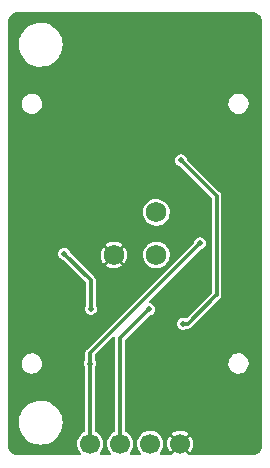
<source format=gbr>
%TF.GenerationSoftware,KiCad,Pcbnew,(6.0.2)*%
%TF.CreationDate,2022-05-16T11:26:32+02:00*%
%TF.ProjectId,Pir_movement_sensor,5069725f-6d6f-4766-956d-656e745f7365,rev?*%
%TF.SameCoordinates,PX55d4a80PY7bfa480*%
%TF.FileFunction,Copper,L2,Bot*%
%TF.FilePolarity,Positive*%
%FSLAX46Y46*%
G04 Gerber Fmt 4.6, Leading zero omitted, Abs format (unit mm)*
G04 Created by KiCad (PCBNEW (6.0.2)) date 2022-05-16 11:26:32*
%MOMM*%
%LPD*%
G01*
G04 APERTURE LIST*
%TA.AperFunction,ComponentPad*%
%ADD10C,1.700000*%
%TD*%
%TA.AperFunction,ComponentPad*%
%ADD11C,1.750000*%
%TD*%
%TA.AperFunction,ViaPad*%
%ADD12C,0.500000*%
%TD*%
%TA.AperFunction,Conductor*%
%ADD13C,0.300000*%
%TD*%
G04 APERTURE END LIST*
D10*
%TO.P,K1,1*%
%TO.N,GND*%
X14810000Y1200000D03*
%TO.P,K1,2*%
%TO.N,REL*%
X12270000Y1200000D03*
%TO.P,K1,3*%
%TO.N,OUT*%
X9730000Y1200000D03*
%TO.P,K1,4*%
%TO.N,5V*%
X7190000Y1200000D03*
%TD*%
D11*
%TO.P,U1,1,VDD*%
%TO.N,3V3*%
X12796051Y20796051D03*
%TO.P,U1,2,REL*%
%TO.N,REL*%
X12796051Y17203949D03*
%TO.P,U1,3,VSS*%
%TO.N,GND*%
X9203949Y17203949D03*
%TD*%
D12*
%TO.N,GND*%
X4500000Y7000000D03*
X10200000Y21800000D03*
X6600000Y17300000D03*
X20800000Y23100000D03*
X4700000Y9200000D03*
X18000000Y7100000D03*
X20900000Y17800000D03*
X2500000Y22800000D03*
X14300000Y6700000D03*
X11000000Y3300000D03*
X11000000Y6700000D03*
X21100000Y19900000D03*
X12900000Y8700000D03*
X21100000Y16800000D03*
X5100000Y23700000D03*
X20200000Y15400000D03*
X8800000Y9000000D03*
X17300000Y10100000D03*
X1000000Y9600000D03*
X16400000Y5400000D03*
X15300000Y21500000D03*
X15300000Y10100000D03*
X4500000Y16000000D03*
X19000000Y19800000D03*
X16800000Y14400000D03*
X21000000Y9900000D03*
X3510000Y12790000D03*
X17800000Y24500000D03*
X1900000Y20300000D03*
X2400000Y26000000D03*
X5800000Y9600000D03*
X8600000Y4200000D03*
X6900000Y25900000D03*
X10300000Y15200000D03*
X11100000Y10100000D03*
X14300000Y22600000D03*
X19800000Y24500000D03*
X15400000Y19100000D03*
X5500000Y5700000D03*
X6700000Y9900000D03*
X8400000Y15300000D03*
X7700000Y29800000D03*
X20900000Y14300000D03*
X12100000Y23400000D03*
X11700000Y15200000D03*
X8600000Y7200000D03*
X8100000Y20400000D03*
X1000000Y15200000D03*
X4500000Y29700000D03*
X1800000Y17800000D03*
X16000000Y8100000D03*
X18900000Y12300000D03*
X12000000Y11100000D03*
X18000000Y12200000D03*
X14100000Y8400000D03*
X13500000Y24600000D03*
%TO.N,Net-(C5-Pad1)*%
X5000000Y17300000D03*
X7265000Y12635000D03*
%TO.N,5V*%
X7200000Y8000000D03*
X16500000Y18200000D03*
%TO.N,TRIG*%
X15065000Y11365000D03*
X14900000Y25200000D03*
%TO.N,OUT*%
X12200000Y12600000D03*
%TD*%
D13*
%TO.N,Net-(C5-Pad1)*%
X7265000Y12635000D02*
X7265000Y15035000D01*
X7265000Y15035000D02*
X5000000Y17300000D01*
%TO.N,5V*%
X7200000Y8000000D02*
X7200000Y8900000D01*
X7200000Y8900000D02*
X16500000Y18200000D01*
X7200000Y8000000D02*
X7190000Y7990000D01*
X7190000Y7990000D02*
X7190000Y1200000D01*
%TO.N,TRIG*%
X17800000Y13700000D02*
X17900000Y13800000D01*
X15465000Y11365000D02*
X17800000Y13700000D01*
X17900000Y13800000D02*
X17900000Y18600000D01*
X17900000Y18600000D02*
X17900000Y22200000D01*
X17900000Y22200000D02*
X14900000Y25200000D01*
X15065000Y11365000D02*
X15465000Y11365000D01*
%TO.N,OUT*%
X9730000Y10130000D02*
X9730000Y1200000D01*
X12200000Y12600000D02*
X9730000Y10130000D01*
%TD*%
%TA.AperFunction,Conductor*%
%TO.N,GND*%
G36*
X9243532Y10267316D02*
G01*
X9300368Y10224769D01*
X9325179Y10158249D01*
X9325500Y10149260D01*
X9325500Y2314927D01*
X9305498Y2246806D01*
X9254616Y2201970D01*
X9252463Y2201176D01*
X9078010Y2097388D01*
X9073670Y2093582D01*
X9073666Y2093579D01*
X8986790Y2017390D01*
X8925392Y1963545D01*
X8799720Y1804131D01*
X8797031Y1799020D01*
X8797029Y1799017D01*
X8762553Y1733488D01*
X8705203Y1624485D01*
X8645007Y1430622D01*
X8621148Y1229036D01*
X8621526Y1223270D01*
X8633707Y1037425D01*
X8634424Y1026478D01*
X8635845Y1020882D01*
X8635846Y1020877D01*
X8678111Y854462D01*
X8684392Y829731D01*
X8686809Y824488D01*
X8723912Y744006D01*
X8769377Y645384D01*
X8772710Y640668D01*
X8853130Y526876D01*
X8886533Y479611D01*
X8896141Y470252D01*
X8930977Y408391D01*
X8926838Y337515D01*
X8885039Y280128D01*
X8818849Y254449D01*
X8808217Y254000D01*
X8108575Y254000D01*
X8040454Y274002D01*
X7993961Y327658D01*
X7983857Y397932D01*
X8011701Y460569D01*
X8100449Y567276D01*
X8100456Y567286D01*
X8104147Y571724D01*
X8203334Y748835D01*
X8205190Y754302D01*
X8205192Y754307D01*
X8266728Y935586D01*
X8266729Y935591D01*
X8268584Y941055D01*
X8269412Y946764D01*
X8269413Y946769D01*
X8297179Y1138273D01*
X8297712Y1141947D01*
X8299232Y1200000D01*
X8282239Y1384934D01*
X8281187Y1396387D01*
X8281186Y1396390D01*
X8280658Y1402141D01*
X8274273Y1424779D01*
X8227125Y1591954D01*
X8227124Y1591956D01*
X8225557Y1597513D01*
X8222073Y1604579D01*
X8138331Y1774391D01*
X8135776Y1779572D01*
X8014320Y1942221D01*
X7881499Y2065000D01*
X7869503Y2076089D01*
X7865258Y2080013D01*
X7860375Y2083094D01*
X7860371Y2083097D01*
X7701610Y2183267D01*
X7693581Y2188333D01*
X7688221Y2190472D01*
X7688214Y2190475D01*
X7673811Y2196221D01*
X7617951Y2240041D01*
X7594500Y2313251D01*
X7594500Y7637152D01*
X7616040Y7707609D01*
X7616526Y7708330D01*
X7622551Y7714986D01*
X7685560Y7845038D01*
X7709536Y7987547D01*
X7709688Y8000000D01*
X7689201Y8143052D01*
X7629388Y8274605D01*
X7624205Y8280620D01*
X7604500Y8348004D01*
X7604500Y8680260D01*
X7624502Y8748381D01*
X7641405Y8769355D01*
X9110405Y10238355D01*
X9172717Y10272381D01*
X9243532Y10267316D01*
G37*
%TD.AperFunction*%
%TA.AperFunction,Conductor*%
G36*
X20987153Y37743579D02*
G01*
X21000000Y37741024D01*
X21012172Y37743445D01*
X21019754Y37743445D01*
X21032104Y37742838D01*
X21133188Y37732882D01*
X21157408Y37728065D01*
X21273617Y37692813D01*
X21296418Y37683369D01*
X21403517Y37626124D01*
X21424047Y37612406D01*
X21517909Y37535374D01*
X21535374Y37517909D01*
X21612406Y37424047D01*
X21626124Y37403517D01*
X21683369Y37296418D01*
X21692813Y37273617D01*
X21728065Y37157408D01*
X21732882Y37133188D01*
X21742838Y37032104D01*
X21743445Y37019754D01*
X21743445Y37012172D01*
X21741024Y37000000D01*
X21743445Y36987830D01*
X21743579Y36987156D01*
X21746000Y36962575D01*
X21746000Y1037425D01*
X21743579Y1012847D01*
X21741024Y1000000D01*
X21743445Y987828D01*
X21743445Y980246D01*
X21742838Y967896D01*
X21732882Y866812D01*
X21728065Y842592D01*
X21692813Y726383D01*
X21683369Y703582D01*
X21626124Y596483D01*
X21612406Y575953D01*
X21535374Y482091D01*
X21517909Y464626D01*
X21424047Y387594D01*
X21403517Y373876D01*
X21296418Y316631D01*
X21273617Y307187D01*
X21157408Y271935D01*
X21133188Y267118D01*
X21032104Y257162D01*
X21019754Y256555D01*
X21012172Y256555D01*
X21000000Y258976D01*
X20987153Y256421D01*
X20962575Y254000D01*
X15610281Y254000D01*
X15542160Y274002D01*
X15501275Y316805D01*
X15484287Y346108D01*
X14822812Y1007583D01*
X14808868Y1015197D01*
X14807035Y1015066D01*
X14800420Y1010815D01*
X14134480Y344875D01*
X14120686Y319614D01*
X14070483Y269412D01*
X14010099Y254000D01*
X13188575Y254000D01*
X13120454Y274002D01*
X13073961Y327658D01*
X13063857Y397932D01*
X13091701Y460569D01*
X13180449Y567276D01*
X13180456Y567286D01*
X13184147Y571724D01*
X13283334Y748835D01*
X13285190Y754302D01*
X13285192Y754307D01*
X13346728Y935586D01*
X13346729Y935591D01*
X13348584Y941055D01*
X13349412Y946764D01*
X13349413Y946769D01*
X13377179Y1138273D01*
X13377712Y1141947D01*
X13379232Y1200000D01*
X13377095Y1223257D01*
X13702028Y1223257D01*
X13714542Y1032324D01*
X13716343Y1020954D01*
X13763443Y835498D01*
X13767284Y824652D01*
X13847394Y650880D01*
X13853145Y640919D01*
X13933029Y527884D01*
X13943618Y519496D01*
X13956920Y526525D01*
X14617583Y1187188D01*
X14623961Y1198868D01*
X14994803Y1198868D01*
X14994934Y1197035D01*
X14999185Y1190420D01*
X15662729Y526876D01*
X15676038Y519608D01*
X15686073Y526728D01*
X15720042Y567570D01*
X15726554Y577045D01*
X15820056Y744006D01*
X15824730Y754503D01*
X15886238Y935698D01*
X15888926Y946894D01*
X15916678Y1138301D01*
X15917308Y1145682D01*
X15918633Y1196296D01*
X15918390Y1203695D01*
X15900693Y1396293D01*
X15898595Y1407614D01*
X15846658Y1591769D01*
X15842533Y1602516D01*
X15757903Y1774129D01*
X15751893Y1783937D01*
X15686486Y1871527D01*
X15675228Y1879976D01*
X15662809Y1873204D01*
X15002417Y1212812D01*
X14994803Y1198868D01*
X14623961Y1198868D01*
X14625197Y1201132D01*
X14625066Y1202965D01*
X14620815Y1209580D01*
X13957488Y1872907D01*
X13944647Y1879919D01*
X13933958Y1872124D01*
X13883717Y1808394D01*
X13877452Y1798746D01*
X13788360Y1629411D01*
X13783951Y1618768D01*
X13727213Y1436041D01*
X13724819Y1424779D01*
X13702329Y1234759D01*
X13702028Y1223257D01*
X13377095Y1223257D01*
X13362239Y1384934D01*
X13361187Y1396387D01*
X13361186Y1396390D01*
X13360658Y1402141D01*
X13354273Y1424779D01*
X13307125Y1591954D01*
X13307124Y1591956D01*
X13305557Y1597513D01*
X13302073Y1604579D01*
X13218331Y1774391D01*
X13215776Y1779572D01*
X13094320Y1942221D01*
X12961499Y2065000D01*
X14128536Y2065000D01*
X14134370Y2055235D01*
X14797188Y1392417D01*
X14811132Y1384803D01*
X14812965Y1384934D01*
X14819580Y1389185D01*
X15485161Y2054766D01*
X15492775Y2068710D01*
X15492738Y2069227D01*
X15487561Y2076946D01*
X15480062Y2082700D01*
X15318236Y2184805D01*
X15307989Y2190026D01*
X15130260Y2260932D01*
X15119232Y2264199D01*
X14931561Y2301529D01*
X14920115Y2302732D01*
X14728792Y2305236D01*
X14717312Y2304333D01*
X14528737Y2271930D01*
X14517617Y2268950D01*
X14338095Y2202721D01*
X14327717Y2197771D01*
X14163273Y2099937D01*
X14153961Y2093171D01*
X14136932Y2078237D01*
X14128536Y2065000D01*
X12961499Y2065000D01*
X12949503Y2076089D01*
X12945258Y2080013D01*
X12940375Y2083094D01*
X12940371Y2083097D01*
X12781610Y2183267D01*
X12773581Y2188333D01*
X12585039Y2263554D01*
X12579379Y2264680D01*
X12579375Y2264681D01*
X12391613Y2302029D01*
X12391610Y2302029D01*
X12385946Y2303156D01*
X12380171Y2303232D01*
X12380167Y2303232D01*
X12278793Y2304559D01*
X12182971Y2305813D01*
X12177274Y2304834D01*
X12177273Y2304834D01*
X11988607Y2272415D01*
X11982910Y2271436D01*
X11792463Y2201176D01*
X11618010Y2097388D01*
X11613670Y2093582D01*
X11613666Y2093579D01*
X11526790Y2017390D01*
X11465392Y1963545D01*
X11339720Y1804131D01*
X11337031Y1799020D01*
X11337029Y1799017D01*
X11302553Y1733488D01*
X11245203Y1624485D01*
X11185007Y1430622D01*
X11161148Y1229036D01*
X11161526Y1223270D01*
X11173707Y1037425D01*
X11174424Y1026478D01*
X11175845Y1020882D01*
X11175846Y1020877D01*
X11218111Y854462D01*
X11224392Y829731D01*
X11226809Y824488D01*
X11263912Y744006D01*
X11309377Y645384D01*
X11312710Y640668D01*
X11393130Y526876D01*
X11426533Y479611D01*
X11436141Y470252D01*
X11470977Y408391D01*
X11466838Y337515D01*
X11425039Y280128D01*
X11358849Y254449D01*
X11348217Y254000D01*
X10648575Y254000D01*
X10580454Y274002D01*
X10533961Y327658D01*
X10523857Y397932D01*
X10551701Y460569D01*
X10640449Y567276D01*
X10640456Y567286D01*
X10644147Y571724D01*
X10743334Y748835D01*
X10745190Y754302D01*
X10745192Y754307D01*
X10806728Y935586D01*
X10806729Y935591D01*
X10808584Y941055D01*
X10809412Y946764D01*
X10809413Y946769D01*
X10837179Y1138273D01*
X10837712Y1141947D01*
X10839232Y1200000D01*
X10822239Y1384934D01*
X10821187Y1396387D01*
X10821186Y1396390D01*
X10820658Y1402141D01*
X10814273Y1424779D01*
X10767125Y1591954D01*
X10767124Y1591956D01*
X10765557Y1597513D01*
X10762073Y1604579D01*
X10678331Y1774391D01*
X10675776Y1779572D01*
X10554320Y1942221D01*
X10421499Y2065000D01*
X10409503Y2076089D01*
X10405258Y2080013D01*
X10400375Y2083094D01*
X10400371Y2083097D01*
X10241610Y2183267D01*
X10233581Y2188333D01*
X10228221Y2190472D01*
X10228214Y2190475D01*
X10213811Y2196221D01*
X10157951Y2240041D01*
X10134500Y2313251D01*
X10134500Y8047981D01*
X18891801Y8047981D01*
X18892158Y8041164D01*
X18892158Y8041160D01*
X18896473Y7958840D01*
X18901518Y7862576D01*
X18903328Y7856004D01*
X18903329Y7855999D01*
X18939945Y7723067D01*
X18950821Y7683583D01*
X19037410Y7519352D01*
X19157245Y7377546D01*
X19162668Y7373399D01*
X19162670Y7373398D01*
X19299315Y7268925D01*
X19299319Y7268923D01*
X19304736Y7264781D01*
X19310916Y7261899D01*
X19310918Y7261898D01*
X19466823Y7189198D01*
X19466826Y7189197D01*
X19473000Y7186318D01*
X19479648Y7184832D01*
X19479651Y7184831D01*
X19578711Y7162689D01*
X19654188Y7145818D01*
X19659876Y7145500D01*
X19796385Y7145500D01*
X19934573Y7160512D01*
X20055210Y7201111D01*
X20104064Y7217552D01*
X20104066Y7217553D01*
X20110535Y7219730D01*
X20269677Y7315351D01*
X20274634Y7320039D01*
X20274637Y7320041D01*
X20399614Y7438227D01*
X20399616Y7438229D01*
X20404572Y7442916D01*
X20508928Y7596471D01*
X20511463Y7602808D01*
X20575342Y7762516D01*
X20575343Y7762521D01*
X20577876Y7768853D01*
X20578990Y7775580D01*
X20578991Y7775585D01*
X20607084Y7945282D01*
X20607084Y7945285D01*
X20608199Y7952019D01*
X20606589Y7982753D01*
X20598839Y8130611D01*
X20598482Y8137424D01*
X20596672Y8143996D01*
X20596671Y8144001D01*
X20550992Y8309835D01*
X20549179Y8316417D01*
X20462590Y8480648D01*
X20342755Y8622454D01*
X20337330Y8626602D01*
X20200685Y8731075D01*
X20200681Y8731077D01*
X20195264Y8735219D01*
X20189084Y8738101D01*
X20189082Y8738102D01*
X20033177Y8810802D01*
X20033174Y8810803D01*
X20027000Y8813682D01*
X20020352Y8815168D01*
X20020349Y8815169D01*
X19850849Y8853056D01*
X19850850Y8853056D01*
X19845812Y8854182D01*
X19840124Y8854500D01*
X19703615Y8854500D01*
X19565427Y8839488D01*
X19480189Y8810802D01*
X19395936Y8782448D01*
X19395934Y8782447D01*
X19389465Y8780270D01*
X19230323Y8684649D01*
X19225366Y8679961D01*
X19225363Y8679959D01*
X19100386Y8561773D01*
X19095428Y8557084D01*
X18991072Y8403529D01*
X18988539Y8397195D01*
X18988537Y8397192D01*
X18924658Y8237484D01*
X18924657Y8237479D01*
X18922124Y8231147D01*
X18921010Y8224420D01*
X18921009Y8224415D01*
X18905480Y8130611D01*
X18891801Y8047981D01*
X10134500Y8047981D01*
X10134500Y9910260D01*
X10154502Y9978381D01*
X10171405Y9999355D01*
X12243830Y12071781D01*
X12299784Y12104249D01*
X12393762Y12129870D01*
X12402422Y12132231D01*
X12525572Y12207846D01*
X12622551Y12314986D01*
X12685560Y12445038D01*
X12709536Y12587547D01*
X12709688Y12600000D01*
X12689201Y12743052D01*
X12629388Y12874605D01*
X12623530Y12881404D01*
X12623527Y12881408D01*
X12540916Y12977282D01*
X12540913Y12977284D01*
X12535056Y12984082D01*
X12413790Y13062683D01*
X12405170Y13065261D01*
X12283938Y13101518D01*
X12283936Y13101518D01*
X12275337Y13104090D01*
X12266361Y13104145D01*
X12261154Y13104923D01*
X12196738Y13134775D01*
X12158687Y13194713D01*
X12159082Y13265709D01*
X12190684Y13318634D01*
X16543831Y17671781D01*
X16599783Y17704248D01*
X16647089Y17717146D01*
X16693763Y17729870D01*
X16693765Y17729871D01*
X16702422Y17732231D01*
X16825572Y17807846D01*
X16922551Y17914986D01*
X16985560Y18045038D01*
X17009536Y18187547D01*
X17009688Y18200000D01*
X16990773Y18332074D01*
X16990474Y18334165D01*
X16990473Y18334167D01*
X16989201Y18343052D01*
X16929388Y18474605D01*
X16923530Y18481404D01*
X16923527Y18481408D01*
X16840916Y18577282D01*
X16840913Y18577284D01*
X16835056Y18584082D01*
X16713790Y18662683D01*
X16696921Y18667728D01*
X16583938Y18701518D01*
X16583936Y18701518D01*
X16575337Y18704090D01*
X16566363Y18704145D01*
X16566361Y18704145D01*
X16503082Y18704531D01*
X16430827Y18704972D01*
X16422196Y18702505D01*
X16422194Y18702505D01*
X16300509Y18667728D01*
X16300505Y18667726D01*
X16291879Y18665261D01*
X16169661Y18588147D01*
X16073999Y18479830D01*
X16012583Y18349018D01*
X16011203Y18340153D01*
X16011202Y18340151D01*
X16007036Y18313392D01*
X15976792Y18249159D01*
X15971631Y18243681D01*
X6891465Y9163515D01*
X6891462Y9163511D01*
X6868674Y9140723D01*
X6864171Y9131885D01*
X6858546Y9120846D01*
X6848216Y9103989D01*
X6835095Y9085929D01*
X6832030Y9076496D01*
X6828199Y9064705D01*
X6820634Y9046439D01*
X6810502Y9026555D01*
X6808951Y9016762D01*
X6807011Y9004513D01*
X6802395Y8985287D01*
X6795500Y8964066D01*
X6795500Y8347926D01*
X6775715Y8281773D01*
X6773999Y8279830D01*
X6712583Y8149018D01*
X6711203Y8140154D01*
X6711202Y8140151D01*
X6710778Y8137424D01*
X6690350Y8006227D01*
X6691514Y7997325D01*
X6691514Y7997322D01*
X6707924Y7871836D01*
X6709088Y7862935D01*
X6767289Y7730661D01*
X6767663Y7730216D01*
X6785500Y7667800D01*
X6785500Y2314927D01*
X6765498Y2246806D01*
X6714616Y2201970D01*
X6712463Y2201176D01*
X6538010Y2097388D01*
X6533670Y2093582D01*
X6533666Y2093579D01*
X6446790Y2017390D01*
X6385392Y1963545D01*
X6259720Y1804131D01*
X6257031Y1799020D01*
X6257029Y1799017D01*
X6222553Y1733488D01*
X6165203Y1624485D01*
X6105007Y1430622D01*
X6081148Y1229036D01*
X6081526Y1223270D01*
X6093707Y1037425D01*
X6094424Y1026478D01*
X6095845Y1020882D01*
X6095846Y1020877D01*
X6138111Y854462D01*
X6144392Y829731D01*
X6146809Y824488D01*
X6183912Y744006D01*
X6229377Y645384D01*
X6232710Y640668D01*
X6313130Y526876D01*
X6346533Y479611D01*
X6356141Y470252D01*
X6390977Y408391D01*
X6386838Y337515D01*
X6345039Y280128D01*
X6278849Y254449D01*
X6268217Y254000D01*
X1037425Y254000D01*
X1012847Y256421D01*
X1000000Y258976D01*
X987828Y256555D01*
X980246Y256555D01*
X967896Y257162D01*
X866812Y267118D01*
X842592Y271935D01*
X726383Y307187D01*
X703582Y316631D01*
X596483Y373876D01*
X575953Y387594D01*
X482091Y464626D01*
X464626Y482091D01*
X387594Y575953D01*
X373876Y596483D01*
X316631Y703582D01*
X307187Y726383D01*
X271935Y842592D01*
X267118Y866812D01*
X257162Y967896D01*
X256555Y980246D01*
X256555Y987828D01*
X258976Y1000000D01*
X256421Y1012847D01*
X254000Y1037425D01*
X254000Y2957814D01*
X1141018Y2957814D01*
X1166579Y2689900D01*
X1230547Y2428482D01*
X1331583Y2179037D01*
X1395879Y2069227D01*
X1457759Y1963545D01*
X1467569Y1946790D01*
X1635658Y1736605D01*
X1832327Y1552887D01*
X2053457Y1399484D01*
X2294416Y1279609D01*
X2298750Y1278188D01*
X2298753Y1278187D01*
X2545823Y1197193D01*
X2545829Y1197192D01*
X2550156Y1195773D01*
X2554647Y1194993D01*
X2554648Y1194993D01*
X2811538Y1150389D01*
X2811546Y1150388D01*
X2815319Y1149733D01*
X2819156Y1149542D01*
X2898777Y1145578D01*
X2898785Y1145578D01*
X2900348Y1145500D01*
X3068374Y1145500D01*
X3070642Y1145665D01*
X3070654Y1145665D01*
X3201457Y1155156D01*
X3268425Y1160015D01*
X3272880Y1160999D01*
X3272883Y1160999D01*
X3526770Y1217053D01*
X3526772Y1217054D01*
X3531226Y1218037D01*
X3782900Y1313387D01*
X3942688Y1402141D01*
X4014179Y1441851D01*
X4014180Y1441852D01*
X4018172Y1444069D01*
X4164842Y1556004D01*
X4228491Y1604579D01*
X4228495Y1604583D01*
X4232116Y1607346D01*
X4248871Y1624485D01*
X4417063Y1796538D01*
X4420249Y1799797D01*
X4478568Y1879919D01*
X4575942Y2013696D01*
X4575947Y2013703D01*
X4578630Y2017390D01*
X4703941Y2255567D01*
X4793557Y2509338D01*
X4818688Y2636844D01*
X4844720Y2768917D01*
X4844721Y2768923D01*
X4845601Y2773389D01*
X4854782Y2957814D01*
X4858755Y3037617D01*
X4858755Y3037623D01*
X4858982Y3042186D01*
X4833421Y3310100D01*
X4769453Y3571518D01*
X4668417Y3820963D01*
X4532431Y4053210D01*
X4364342Y4263395D01*
X4167673Y4447113D01*
X3946543Y4600516D01*
X3705584Y4720391D01*
X3701250Y4721812D01*
X3701247Y4721813D01*
X3454177Y4802807D01*
X3454171Y4802808D01*
X3449844Y4804227D01*
X3445352Y4805007D01*
X3188462Y4849611D01*
X3188454Y4849612D01*
X3184681Y4850267D01*
X3174718Y4850763D01*
X3101223Y4854422D01*
X3101215Y4854422D01*
X3099652Y4854500D01*
X2931626Y4854500D01*
X2929358Y4854335D01*
X2929346Y4854335D01*
X2798543Y4844844D01*
X2731575Y4839985D01*
X2727120Y4839001D01*
X2727117Y4839001D01*
X2473230Y4782947D01*
X2473228Y4782946D01*
X2468774Y4781963D01*
X2217100Y4686613D01*
X1981828Y4555931D01*
X1978196Y4553159D01*
X1771509Y4395421D01*
X1771505Y4395417D01*
X1767884Y4392654D01*
X1579751Y4200203D01*
X1577066Y4196514D01*
X1424058Y3986304D01*
X1424053Y3986297D01*
X1421370Y3982610D01*
X1296059Y3744433D01*
X1206443Y3490662D01*
X1205560Y3486180D01*
X1170855Y3310100D01*
X1154399Y3226611D01*
X1154172Y3222058D01*
X1154172Y3222055D01*
X1144991Y3037617D01*
X1141018Y2957814D01*
X254000Y2957814D01*
X254000Y8047981D01*
X1391801Y8047981D01*
X1392158Y8041164D01*
X1392158Y8041160D01*
X1396473Y7958840D01*
X1401518Y7862576D01*
X1403328Y7856004D01*
X1403329Y7855999D01*
X1439945Y7723067D01*
X1450821Y7683583D01*
X1537410Y7519352D01*
X1657245Y7377546D01*
X1662668Y7373399D01*
X1662670Y7373398D01*
X1799315Y7268925D01*
X1799319Y7268923D01*
X1804736Y7264781D01*
X1810916Y7261899D01*
X1810918Y7261898D01*
X1966823Y7189198D01*
X1966826Y7189197D01*
X1973000Y7186318D01*
X1979648Y7184832D01*
X1979651Y7184831D01*
X2078711Y7162689D01*
X2154188Y7145818D01*
X2159876Y7145500D01*
X2296385Y7145500D01*
X2434573Y7160512D01*
X2555210Y7201111D01*
X2604064Y7217552D01*
X2604066Y7217553D01*
X2610535Y7219730D01*
X2769677Y7315351D01*
X2774634Y7320039D01*
X2774637Y7320041D01*
X2899614Y7438227D01*
X2899616Y7438229D01*
X2904572Y7442916D01*
X3008928Y7596471D01*
X3011463Y7602808D01*
X3075342Y7762516D01*
X3075343Y7762521D01*
X3077876Y7768853D01*
X3078990Y7775580D01*
X3078991Y7775585D01*
X3107084Y7945282D01*
X3107084Y7945285D01*
X3108199Y7952019D01*
X3106589Y7982753D01*
X3098839Y8130611D01*
X3098482Y8137424D01*
X3096672Y8143996D01*
X3096671Y8144001D01*
X3050992Y8309835D01*
X3049179Y8316417D01*
X2962590Y8480648D01*
X2842755Y8622454D01*
X2837330Y8626602D01*
X2700685Y8731075D01*
X2700681Y8731077D01*
X2695264Y8735219D01*
X2689084Y8738101D01*
X2689082Y8738102D01*
X2533177Y8810802D01*
X2533174Y8810803D01*
X2527000Y8813682D01*
X2520352Y8815168D01*
X2520349Y8815169D01*
X2350849Y8853056D01*
X2350850Y8853056D01*
X2345812Y8854182D01*
X2340124Y8854500D01*
X2203615Y8854500D01*
X2065427Y8839488D01*
X1980189Y8810802D01*
X1895936Y8782448D01*
X1895934Y8782447D01*
X1889465Y8780270D01*
X1730323Y8684649D01*
X1725366Y8679961D01*
X1725363Y8679959D01*
X1600386Y8561773D01*
X1595428Y8557084D01*
X1491072Y8403529D01*
X1488539Y8397195D01*
X1488537Y8397192D01*
X1424658Y8237484D01*
X1424657Y8237479D01*
X1422124Y8231147D01*
X1421010Y8224420D01*
X1421009Y8224415D01*
X1405480Y8130611D01*
X1391801Y8047981D01*
X254000Y8047981D01*
X254000Y17306227D01*
X4490350Y17306227D01*
X4491514Y17297325D01*
X4491514Y17297322D01*
X4503725Y17203949D01*
X4509088Y17162935D01*
X4567289Y17030661D01*
X4573063Y17023792D01*
X4648815Y16933675D01*
X4660276Y16920040D01*
X4667747Y16915067D01*
X4667748Y16915066D01*
X4773101Y16844937D01*
X4773103Y16844936D01*
X4780574Y16839963D01*
X4789141Y16837286D01*
X4789142Y16837286D01*
X4907201Y16800401D01*
X4958721Y16769229D01*
X6823595Y14904356D01*
X6857620Y14842044D01*
X6860500Y14815261D01*
X6860500Y12982926D01*
X6840715Y12916773D01*
X6838999Y12914830D01*
X6777583Y12784018D01*
X6776203Y12775154D01*
X6776202Y12775151D01*
X6769821Y12734165D01*
X6755350Y12641227D01*
X6756514Y12632325D01*
X6756514Y12632322D01*
X6772924Y12506836D01*
X6774088Y12497935D01*
X6832289Y12365661D01*
X6925276Y12255040D01*
X6932747Y12250067D01*
X6932748Y12250066D01*
X7038101Y12179937D01*
X7038103Y12179936D01*
X7045574Y12174963D01*
X7054138Y12172287D01*
X7054141Y12172286D01*
X7114542Y12153416D01*
X7183510Y12131868D01*
X7327998Y12129220D01*
X7337711Y12131868D01*
X7458763Y12164870D01*
X7458765Y12164871D01*
X7467422Y12167231D01*
X7590572Y12242846D01*
X7687551Y12349986D01*
X7750560Y12480038D01*
X7774536Y12622547D01*
X7774688Y12635000D01*
X7760486Y12734165D01*
X7755474Y12769165D01*
X7755473Y12769167D01*
X7754201Y12778052D01*
X7694388Y12909605D01*
X7689205Y12915620D01*
X7669500Y12983004D01*
X7669500Y15099066D01*
X7662605Y15120287D01*
X7657989Y15139513D01*
X7656049Y15151762D01*
X7654498Y15161555D01*
X7644366Y15181439D01*
X7636801Y15199705D01*
X7632969Y15211498D01*
X7629905Y15220929D01*
X7616784Y15238987D01*
X7606455Y15255843D01*
X7600826Y15266891D01*
X7596326Y15275723D01*
X7505723Y15366326D01*
X6552598Y16319452D01*
X8504208Y16319452D01*
X8514088Y16306965D01*
X8658128Y16210722D01*
X8668233Y16205235D01*
X8848267Y16127886D01*
X8859210Y16124331D01*
X9050317Y16081087D01*
X9061727Y16079585D01*
X9257521Y16071893D01*
X9269003Y16072495D01*
X9462924Y16100611D01*
X9474107Y16103296D01*
X9659650Y16166279D01*
X9670165Y16170961D01*
X9841122Y16266702D01*
X9850597Y16273213D01*
X9893710Y16309069D01*
X9902163Y16321655D01*
X9895989Y16332304D01*
X9216761Y17011532D01*
X9202817Y17019146D01*
X9200984Y17019015D01*
X9194369Y17014764D01*
X8510404Y16330799D01*
X8504208Y16319452D01*
X6552598Y16319452D01*
X5644187Y17227863D01*
X8070879Y17227863D01*
X8083693Y17032347D01*
X8085494Y17020975D01*
X8133725Y16831066D01*
X8137566Y16820219D01*
X8219599Y16642276D01*
X8225350Y16632315D01*
X8309040Y16513895D01*
X8319630Y16505507D01*
X8332930Y16512535D01*
X9011532Y17191137D01*
X9017910Y17202817D01*
X9388752Y17202817D01*
X9388883Y17200984D01*
X9393134Y17194369D01*
X10074432Y16513071D01*
X10087741Y16505804D01*
X10097776Y16512923D01*
X10134685Y16557301D01*
X10141196Y16566776D01*
X10236937Y16737733D01*
X10241619Y16748248D01*
X10304602Y16933791D01*
X10307287Y16944974D01*
X10335699Y17140935D01*
X10336329Y17148317D01*
X10337689Y17200245D01*
X10337446Y17207644D01*
X10335057Y17233643D01*
X11662101Y17233643D01*
X11675678Y17026499D01*
X11726776Y16825299D01*
X11813685Y16636780D01*
X11933493Y16467255D01*
X12082188Y16322402D01*
X12086984Y16319197D01*
X12086987Y16319195D01*
X12166162Y16266292D01*
X12254791Y16207072D01*
X12260094Y16204794D01*
X12260099Y16204791D01*
X12440218Y16127407D01*
X12440221Y16127406D01*
X12445521Y16125129D01*
X12451151Y16123855D01*
X12640155Y16081087D01*
X12647990Y16079314D01*
X12653759Y16079087D01*
X12653762Y16079087D01*
X12732504Y16075994D01*
X12855418Y16071165D01*
X12942283Y16083760D01*
X13055143Y16100123D01*
X13055148Y16100124D01*
X13060857Y16100952D01*
X13067763Y16103296D01*
X13251960Y16165823D01*
X13257428Y16167679D01*
X13438548Y16269111D01*
X13598150Y16401850D01*
X13730889Y16561452D01*
X13832321Y16742572D01*
X13890875Y16915066D01*
X13897192Y16933675D01*
X13897192Y16933676D01*
X13899048Y16939143D01*
X13899876Y16944852D01*
X13899877Y16944857D01*
X13928302Y17140908D01*
X13928835Y17144582D01*
X13930390Y17203949D01*
X13911395Y17410666D01*
X13903080Y17440151D01*
X13861789Y17586558D01*
X13855048Y17610460D01*
X13844262Y17632333D01*
X13765788Y17791460D01*
X13763234Y17796639D01*
X13639029Y17962970D01*
X13486593Y18103881D01*
X13311030Y18214652D01*
X13286645Y18224381D01*
X13238269Y18243681D01*
X13118221Y18291576D01*
X13112553Y18292703D01*
X13112551Y18292704D01*
X12920289Y18330947D01*
X12920287Y18330947D01*
X12914622Y18332074D01*
X12908847Y18332150D01*
X12908843Y18332150D01*
X12805108Y18333507D01*
X12707052Y18334791D01*
X12701355Y18333812D01*
X12701354Y18333812D01*
X12508152Y18300614D01*
X12508149Y18300613D01*
X12502462Y18299636D01*
X12307705Y18227787D01*
X12129303Y18121649D01*
X12109043Y18103881D01*
X11977576Y17988587D01*
X11977573Y17988584D01*
X11973231Y17984776D01*
X11844714Y17821754D01*
X11842025Y17816643D01*
X11842023Y17816640D01*
X11816289Y17767728D01*
X11748058Y17638042D01*
X11686500Y17439791D01*
X11662101Y17233643D01*
X10335057Y17233643D01*
X10319329Y17404820D01*
X10317232Y17416135D01*
X10264045Y17604721D01*
X10259923Y17615460D01*
X10173259Y17791196D01*
X10167249Y17801004D01*
X10098299Y17893340D01*
X10087041Y17901789D01*
X10074622Y17895017D01*
X9396366Y17216761D01*
X9388752Y17202817D01*
X9017910Y17202817D01*
X9019146Y17205081D01*
X9019015Y17206914D01*
X9014764Y17213529D01*
X8333634Y17894659D01*
X8320793Y17901671D01*
X8310104Y17893876D01*
X8256611Y17826020D01*
X8250340Y17816363D01*
X8159112Y17642967D01*
X8154707Y17632333D01*
X8096602Y17445202D01*
X8094210Y17433951D01*
X8071180Y17239364D01*
X8070879Y17227863D01*
X5644187Y17227863D01*
X5528945Y17343105D01*
X5494919Y17405417D01*
X5493317Y17414310D01*
X5489201Y17443052D01*
X5429388Y17574605D01*
X5423530Y17581404D01*
X5423527Y17581408D01*
X5340916Y17677282D01*
X5340913Y17677284D01*
X5335056Y17684082D01*
X5264414Y17729870D01*
X5221324Y17757800D01*
X5221322Y17757801D01*
X5213790Y17762683D01*
X5196921Y17767728D01*
X5083938Y17801518D01*
X5083936Y17801518D01*
X5075337Y17804090D01*
X5066363Y17804145D01*
X5066361Y17804145D01*
X5003082Y17804531D01*
X4930827Y17804972D01*
X4922196Y17802505D01*
X4922194Y17802505D01*
X4800509Y17767728D01*
X4800505Y17767726D01*
X4791879Y17765261D01*
X4784292Y17760474D01*
X4784290Y17760473D01*
X4695181Y17704249D01*
X4669661Y17688147D01*
X4663718Y17681418D01*
X4663717Y17681417D01*
X4620368Y17632333D01*
X4573999Y17579830D01*
X4512583Y17449018D01*
X4511203Y17440154D01*
X4511202Y17440151D01*
X4503220Y17388883D01*
X4490350Y17306227D01*
X254000Y17306227D01*
X254000Y18086666D01*
X8504768Y18086666D01*
X8510602Y18076901D01*
X9191137Y17396366D01*
X9205081Y17388752D01*
X9206914Y17388883D01*
X9213529Y17393134D01*
X9896802Y18076407D01*
X9904416Y18090351D01*
X9904379Y18090868D01*
X9898749Y18099263D01*
X9898430Y18099558D01*
X9889297Y18106566D01*
X9723580Y18211126D01*
X9713337Y18216345D01*
X9531345Y18288952D01*
X9520308Y18292221D01*
X9328133Y18330448D01*
X9316688Y18331651D01*
X9120771Y18334215D01*
X9109291Y18333312D01*
X8916180Y18300129D01*
X8905072Y18297152D01*
X8721239Y18229333D01*
X8710857Y18224381D01*
X8542464Y18124198D01*
X8533152Y18117432D01*
X8513164Y18099903D01*
X8504768Y18086666D01*
X254000Y18086666D01*
X254000Y20825745D01*
X11662101Y20825745D01*
X11675678Y20618601D01*
X11726776Y20417401D01*
X11813685Y20228882D01*
X11933493Y20059357D01*
X12082188Y19914504D01*
X12086984Y19911299D01*
X12086987Y19911297D01*
X12156419Y19864904D01*
X12254791Y19799174D01*
X12260094Y19796896D01*
X12260099Y19796893D01*
X12440218Y19719509D01*
X12440221Y19719508D01*
X12445521Y19717231D01*
X12451151Y19715957D01*
X12552366Y19693054D01*
X12647990Y19671416D01*
X12653759Y19671189D01*
X12653762Y19671189D01*
X12732504Y19668096D01*
X12855418Y19663267D01*
X12942283Y19675862D01*
X13055143Y19692225D01*
X13055148Y19692226D01*
X13060857Y19693054D01*
X13257428Y19759781D01*
X13438548Y19861213D01*
X13598150Y19993952D01*
X13730889Y20153554D01*
X13832321Y20334674D01*
X13899048Y20531245D01*
X13899876Y20536954D01*
X13899877Y20536959D01*
X13928302Y20733010D01*
X13928835Y20736684D01*
X13930390Y20796051D01*
X13911395Y21002768D01*
X13855048Y21202562D01*
X13844168Y21224626D01*
X13765788Y21383562D01*
X13763234Y21388741D01*
X13639029Y21555072D01*
X13486593Y21695983D01*
X13311030Y21806754D01*
X13118221Y21883678D01*
X13112553Y21884805D01*
X13112551Y21884806D01*
X12920289Y21923049D01*
X12920287Y21923049D01*
X12914622Y21924176D01*
X12908847Y21924252D01*
X12908843Y21924252D01*
X12805108Y21925609D01*
X12707052Y21926893D01*
X12701355Y21925914D01*
X12701354Y21925914D01*
X12508152Y21892716D01*
X12508149Y21892715D01*
X12502462Y21891738D01*
X12307705Y21819889D01*
X12129303Y21713751D01*
X12124960Y21709942D01*
X11977576Y21580689D01*
X11977573Y21580686D01*
X11973231Y21576878D01*
X11844714Y21413856D01*
X11748058Y21230144D01*
X11686500Y21031893D01*
X11662101Y20825745D01*
X254000Y20825745D01*
X254000Y25206227D01*
X14390350Y25206227D01*
X14409088Y25062935D01*
X14467289Y24930661D01*
X14560276Y24820040D01*
X14567747Y24815067D01*
X14567748Y24815066D01*
X14673101Y24744937D01*
X14673103Y24744936D01*
X14680574Y24739963D01*
X14689141Y24737286D01*
X14689142Y24737286D01*
X14807201Y24700401D01*
X14858721Y24669229D01*
X17458595Y22069356D01*
X17492620Y22007044D01*
X17495500Y21980261D01*
X17495500Y14019739D01*
X17475498Y13951618D01*
X17458595Y13930644D01*
X15391107Y11863157D01*
X15328795Y11829131D01*
X15265910Y11831535D01*
X15205931Y11849473D01*
X15148938Y11866518D01*
X15148936Y11866518D01*
X15140337Y11869090D01*
X15131363Y11869145D01*
X15131361Y11869145D01*
X15068082Y11869531D01*
X14995827Y11869972D01*
X14987196Y11867505D01*
X14987194Y11867505D01*
X14865509Y11832728D01*
X14865505Y11832726D01*
X14856879Y11830261D01*
X14734661Y11753147D01*
X14638999Y11644830D01*
X14577583Y11514018D01*
X14555350Y11371227D01*
X14574088Y11227935D01*
X14632289Y11095661D01*
X14638063Y11088792D01*
X14718418Y10993199D01*
X14725276Y10985040D01*
X14732747Y10980067D01*
X14732748Y10980066D01*
X14838101Y10909937D01*
X14838103Y10909936D01*
X14845574Y10904963D01*
X14854138Y10902287D01*
X14854141Y10902286D01*
X14914542Y10883415D01*
X14983510Y10861868D01*
X15127998Y10859220D01*
X15147530Y10864545D01*
X15258763Y10894870D01*
X15258765Y10894871D01*
X15267422Y10897231D01*
X15340132Y10941875D01*
X15406060Y10960500D01*
X15529066Y10960500D01*
X15538498Y10963565D01*
X15538500Y10963565D01*
X15550287Y10967395D01*
X15569513Y10972011D01*
X15581762Y10973951D01*
X15591555Y10975502D01*
X15611439Y10985634D01*
X15629705Y10993199D01*
X15641496Y10997030D01*
X15650929Y11000095D01*
X15668989Y11013216D01*
X15685846Y11023546D01*
X15705723Y11033674D01*
X15728511Y11056462D01*
X15728515Y11056465D01*
X18063501Y13391452D01*
X18063516Y13391466D01*
X18208534Y13536485D01*
X18231326Y13559277D01*
X18241459Y13579164D01*
X18251791Y13596023D01*
X18259073Y13606045D01*
X18259074Y13606047D01*
X18264904Y13614071D01*
X18267970Y13623507D01*
X18271801Y13635296D01*
X18279367Y13653563D01*
X18284996Y13664610D01*
X18289498Y13673445D01*
X18292990Y13695493D01*
X18297606Y13714718D01*
X18301433Y13726498D01*
X18304499Y13735934D01*
X18304499Y13768160D01*
X18304500Y13768166D01*
X18304500Y22264066D01*
X18297605Y22285287D01*
X18292989Y22304513D01*
X18291049Y22316762D01*
X18289498Y22326555D01*
X18279366Y22346439D01*
X18271801Y22364705D01*
X18267969Y22376498D01*
X18264905Y22385929D01*
X18251784Y22403987D01*
X18241455Y22420843D01*
X18235826Y22431891D01*
X18231326Y22440723D01*
X18140723Y22531326D01*
X15428945Y25243105D01*
X15394919Y25305417D01*
X15393317Y25314310D01*
X15389201Y25343052D01*
X15329388Y25474605D01*
X15323530Y25481404D01*
X15323527Y25481408D01*
X15240916Y25577282D01*
X15240913Y25577284D01*
X15235056Y25584082D01*
X15113790Y25662683D01*
X15096921Y25667728D01*
X14983938Y25701518D01*
X14983936Y25701518D01*
X14975337Y25704090D01*
X14966363Y25704145D01*
X14966361Y25704145D01*
X14903082Y25704531D01*
X14830827Y25704972D01*
X14822196Y25702505D01*
X14822194Y25702505D01*
X14700509Y25667728D01*
X14700505Y25667726D01*
X14691879Y25665261D01*
X14569661Y25588147D01*
X14473999Y25479830D01*
X14412583Y25349018D01*
X14390350Y25206227D01*
X254000Y25206227D01*
X254000Y30047981D01*
X1391801Y30047981D01*
X1401518Y29862576D01*
X1403328Y29856004D01*
X1403329Y29855999D01*
X1429079Y29762516D01*
X1450821Y29683583D01*
X1537410Y29519352D01*
X1657245Y29377546D01*
X1662668Y29373399D01*
X1662670Y29373398D01*
X1799315Y29268925D01*
X1799319Y29268923D01*
X1804736Y29264781D01*
X1810916Y29261899D01*
X1810918Y29261898D01*
X1966823Y29189198D01*
X1966826Y29189197D01*
X1973000Y29186318D01*
X1979648Y29184832D01*
X1979651Y29184831D01*
X2078711Y29162689D01*
X2154188Y29145818D01*
X2159876Y29145500D01*
X2296385Y29145500D01*
X2434573Y29160512D01*
X2555210Y29201111D01*
X2604064Y29217552D01*
X2604066Y29217553D01*
X2610535Y29219730D01*
X2769677Y29315351D01*
X2774634Y29320039D01*
X2774637Y29320041D01*
X2899614Y29438227D01*
X2899616Y29438229D01*
X2904572Y29442916D01*
X3008928Y29596471D01*
X3041355Y29677544D01*
X3075342Y29762516D01*
X3075343Y29762521D01*
X3077876Y29768853D01*
X3078990Y29775580D01*
X3078991Y29775585D01*
X3107084Y29945282D01*
X3107084Y29945285D01*
X3108199Y29952019D01*
X3103170Y30047981D01*
X18891801Y30047981D01*
X18901518Y29862576D01*
X18903328Y29856004D01*
X18903329Y29855999D01*
X18929079Y29762516D01*
X18950821Y29683583D01*
X19037410Y29519352D01*
X19157245Y29377546D01*
X19162668Y29373399D01*
X19162670Y29373398D01*
X19299315Y29268925D01*
X19299319Y29268923D01*
X19304736Y29264781D01*
X19310916Y29261899D01*
X19310918Y29261898D01*
X19466823Y29189198D01*
X19466826Y29189197D01*
X19473000Y29186318D01*
X19479648Y29184832D01*
X19479651Y29184831D01*
X19578711Y29162689D01*
X19654188Y29145818D01*
X19659876Y29145500D01*
X19796385Y29145500D01*
X19934573Y29160512D01*
X20055210Y29201111D01*
X20104064Y29217552D01*
X20104066Y29217553D01*
X20110535Y29219730D01*
X20269677Y29315351D01*
X20274634Y29320039D01*
X20274637Y29320041D01*
X20399614Y29438227D01*
X20399616Y29438229D01*
X20404572Y29442916D01*
X20508928Y29596471D01*
X20541355Y29677544D01*
X20575342Y29762516D01*
X20575343Y29762521D01*
X20577876Y29768853D01*
X20578990Y29775580D01*
X20578991Y29775585D01*
X20607084Y29945282D01*
X20607084Y29945285D01*
X20608199Y29952019D01*
X20598482Y30137424D01*
X20596672Y30143996D01*
X20596671Y30144001D01*
X20550992Y30309835D01*
X20549179Y30316417D01*
X20462590Y30480648D01*
X20342755Y30622454D01*
X20337330Y30626602D01*
X20200685Y30731075D01*
X20200681Y30731077D01*
X20195264Y30735219D01*
X20189084Y30738101D01*
X20189082Y30738102D01*
X20033177Y30810802D01*
X20033174Y30810803D01*
X20027000Y30813682D01*
X20020352Y30815168D01*
X20020349Y30815169D01*
X19850849Y30853056D01*
X19850850Y30853056D01*
X19845812Y30854182D01*
X19840124Y30854500D01*
X19703615Y30854500D01*
X19565427Y30839488D01*
X19480189Y30810802D01*
X19395936Y30782448D01*
X19395934Y30782447D01*
X19389465Y30780270D01*
X19230323Y30684649D01*
X19225366Y30679961D01*
X19225363Y30679959D01*
X19100386Y30561773D01*
X19095428Y30557084D01*
X18991072Y30403529D01*
X18988539Y30397195D01*
X18988537Y30397192D01*
X18924658Y30237484D01*
X18924657Y30237479D01*
X18922124Y30231147D01*
X18921010Y30224420D01*
X18921009Y30224415D01*
X18907697Y30144001D01*
X18891801Y30047981D01*
X3103170Y30047981D01*
X3098482Y30137424D01*
X3096672Y30143996D01*
X3096671Y30144001D01*
X3050992Y30309835D01*
X3049179Y30316417D01*
X2962590Y30480648D01*
X2842755Y30622454D01*
X2837330Y30626602D01*
X2700685Y30731075D01*
X2700681Y30731077D01*
X2695264Y30735219D01*
X2689084Y30738101D01*
X2689082Y30738102D01*
X2533177Y30810802D01*
X2533174Y30810803D01*
X2527000Y30813682D01*
X2520352Y30815168D01*
X2520349Y30815169D01*
X2350849Y30853056D01*
X2350850Y30853056D01*
X2345812Y30854182D01*
X2340124Y30854500D01*
X2203615Y30854500D01*
X2065427Y30839488D01*
X1980189Y30810802D01*
X1895936Y30782448D01*
X1895934Y30782447D01*
X1889465Y30780270D01*
X1730323Y30684649D01*
X1725366Y30679961D01*
X1725363Y30679959D01*
X1600386Y30561773D01*
X1595428Y30557084D01*
X1491072Y30403529D01*
X1488539Y30397195D01*
X1488537Y30397192D01*
X1424658Y30237484D01*
X1424657Y30237479D01*
X1422124Y30231147D01*
X1421010Y30224420D01*
X1421009Y30224415D01*
X1407697Y30144001D01*
X1391801Y30047981D01*
X254000Y30047981D01*
X254000Y34957814D01*
X1141018Y34957814D01*
X1166579Y34689900D01*
X1230547Y34428482D01*
X1331583Y34179037D01*
X1467569Y33946790D01*
X1635658Y33736605D01*
X1832327Y33552887D01*
X2053457Y33399484D01*
X2294416Y33279609D01*
X2298750Y33278188D01*
X2298753Y33278187D01*
X2545823Y33197193D01*
X2545829Y33197192D01*
X2550156Y33195773D01*
X2554647Y33194993D01*
X2554648Y33194993D01*
X2811538Y33150389D01*
X2811546Y33150388D01*
X2815319Y33149733D01*
X2819156Y33149542D01*
X2898777Y33145578D01*
X2898785Y33145578D01*
X2900348Y33145500D01*
X3068374Y33145500D01*
X3070642Y33145665D01*
X3070654Y33145665D01*
X3201457Y33155156D01*
X3268425Y33160015D01*
X3272880Y33160999D01*
X3272883Y33160999D01*
X3526770Y33217053D01*
X3526772Y33217054D01*
X3531226Y33218037D01*
X3782900Y33313387D01*
X4018172Y33444069D01*
X4164842Y33556004D01*
X4228491Y33604579D01*
X4228495Y33604583D01*
X4232116Y33607346D01*
X4420249Y33799797D01*
X4527242Y33946790D01*
X4575942Y34013696D01*
X4575947Y34013703D01*
X4578630Y34017390D01*
X4703941Y34255567D01*
X4793557Y34509338D01*
X4818688Y34636844D01*
X4844720Y34768917D01*
X4844721Y34768923D01*
X4845601Y34773389D01*
X4854782Y34957814D01*
X4858755Y35037617D01*
X4858755Y35037623D01*
X4858982Y35042186D01*
X4833421Y35310100D01*
X4769453Y35571518D01*
X4668417Y35820963D01*
X4532431Y36053210D01*
X4364342Y36263395D01*
X4167673Y36447113D01*
X3946543Y36600516D01*
X3705584Y36720391D01*
X3701250Y36721812D01*
X3701247Y36721813D01*
X3454177Y36802807D01*
X3454171Y36802808D01*
X3449844Y36804227D01*
X3445352Y36805007D01*
X3188462Y36849611D01*
X3188454Y36849612D01*
X3184681Y36850267D01*
X3174718Y36850763D01*
X3101223Y36854422D01*
X3101215Y36854422D01*
X3099652Y36854500D01*
X2931626Y36854500D01*
X2929358Y36854335D01*
X2929346Y36854335D01*
X2798543Y36844844D01*
X2731575Y36839985D01*
X2727120Y36839001D01*
X2727117Y36839001D01*
X2473230Y36782947D01*
X2473228Y36782946D01*
X2468774Y36781963D01*
X2217100Y36686613D01*
X1981828Y36555931D01*
X1978196Y36553159D01*
X1771509Y36395421D01*
X1771505Y36395417D01*
X1767884Y36392654D01*
X1579751Y36200203D01*
X1577066Y36196514D01*
X1424058Y35986304D01*
X1424053Y35986297D01*
X1421370Y35982610D01*
X1296059Y35744433D01*
X1206443Y35490662D01*
X1205560Y35486180D01*
X1170855Y35310100D01*
X1154399Y35226611D01*
X1154172Y35222058D01*
X1154172Y35222055D01*
X1144991Y35037617D01*
X1141018Y34957814D01*
X254000Y34957814D01*
X254000Y36962575D01*
X256421Y36987156D01*
X256555Y36987830D01*
X258976Y37000000D01*
X256555Y37012172D01*
X256555Y37019754D01*
X257162Y37032104D01*
X267118Y37133188D01*
X271935Y37157408D01*
X307187Y37273617D01*
X316631Y37296418D01*
X373876Y37403517D01*
X387594Y37424047D01*
X464626Y37517909D01*
X482091Y37535374D01*
X575953Y37612406D01*
X596483Y37626124D01*
X703582Y37683369D01*
X726383Y37692813D01*
X842592Y37728065D01*
X866812Y37732882D01*
X967896Y37742838D01*
X980246Y37743445D01*
X987828Y37743445D01*
X1000000Y37741024D01*
X1012847Y37743579D01*
X1037425Y37746000D01*
X20962575Y37746000D01*
X20987153Y37743579D01*
G37*
%TD.AperFunction*%
%TD*%
M02*

</source>
